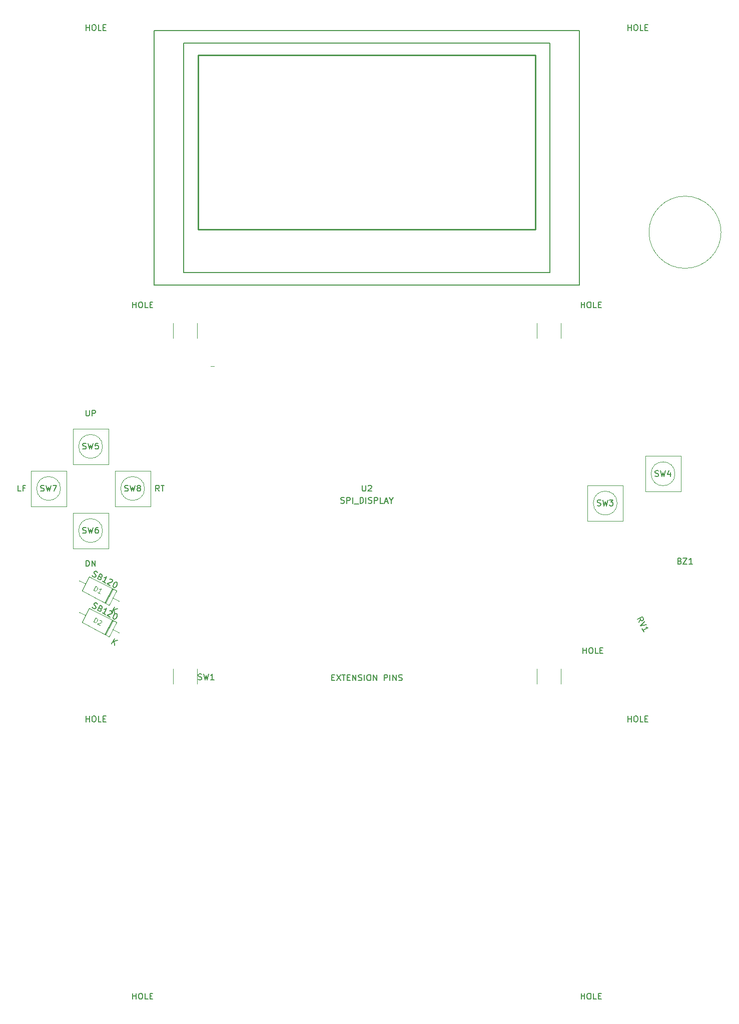
<source format=gbr>
G04 #@! TF.GenerationSoftware,KiCad,Pcbnew,(5.1.9-0-10_14)*
G04 #@! TF.CreationDate,2021-11-21T11:45:30-08:00*
G04 #@! TF.ProjectId,system_advance,73797374-656d-45f6-9164-76616e63652e,1.0-dev1*
G04 #@! TF.SameCoordinates,Original*
G04 #@! TF.FileFunction,Other,Fab,Top*
%FSLAX46Y46*%
G04 Gerber Fmt 4.6, Leading zero omitted, Abs format (unit mm)*
G04 Created by KiCad (PCBNEW (5.1.9-0-10_14)) date 2021-11-21 11:45:30*
%MOMM*%
%LPD*%
G01*
G04 APERTURE LIST*
%ADD10C,0.100000*%
%ADD11C,0.250000*%
%ADD12C,0.200000*%
%ADD13C,0.150000*%
%ADD14C,0.120000*%
G04 APERTURE END LIST*
D10*
X140764000Y-109220000D02*
X140764000Y-111760000D01*
X136700000Y-109220000D02*
X136700000Y-111760000D01*
X79200000Y-167640000D02*
X79200000Y-170180000D01*
X75136000Y-167640000D02*
X75136000Y-170180000D01*
X140764000Y-167640000D02*
X140764000Y-170180000D01*
X136700000Y-167640000D02*
X136700000Y-170180000D01*
X79200000Y-109220000D02*
X79200000Y-111760000D01*
X75136000Y-109220000D02*
X75136000Y-111760000D01*
D11*
X136450000Y-63880000D02*
X136450000Y-93380000D01*
X79450000Y-63880000D02*
X79450000Y-93380000D01*
D12*
X76950000Y-100680000D02*
X138950000Y-100680000D01*
X138950000Y-61880000D02*
X138950000Y-100680000D01*
X76950000Y-61880000D02*
X76950000Y-100680000D01*
X76950000Y-61880000D02*
X138950000Y-61880000D01*
D11*
X79450000Y-93380000D02*
X136450000Y-93380000D01*
X79450000Y-63880000D02*
X136450000Y-63880000D01*
D13*
X71950000Y-59780000D02*
X71950000Y-102780000D01*
X143950000Y-59780000D02*
X143950000Y-102780000D01*
X71950000Y-102780000D02*
X143950000Y-102780000D01*
X71950000Y-59780000D02*
X143950000Y-59780000D01*
D10*
X82088000Y-116459000D02*
X81488000Y-116459000D01*
X64343356Y-156848749D02*
X65590078Y-154453820D01*
X65590078Y-154453820D02*
X60977621Y-152052727D01*
X60977621Y-152052727D02*
X59730900Y-154447656D01*
X59730900Y-154447656D02*
X64343356Y-156848749D01*
X66040000Y-156210000D02*
X64966717Y-155651284D01*
X59280977Y-152691476D02*
X60354261Y-153250191D01*
X63651488Y-156488585D02*
X64898209Y-154093656D01*
X63562787Y-156442410D02*
X64809508Y-154047481D01*
X63740189Y-156534760D02*
X64986910Y-154139830D01*
X64343356Y-162182749D02*
X65590078Y-159787820D01*
X65590078Y-159787820D02*
X60977621Y-157386727D01*
X60977621Y-157386727D02*
X59730900Y-159781656D01*
X59730900Y-159781656D02*
X64343356Y-162182749D01*
X66040000Y-161544000D02*
X64966717Y-160985284D01*
X59280977Y-158025476D02*
X60354261Y-158584191D01*
X63651488Y-161822585D02*
X64898209Y-159427656D01*
X63562787Y-161776410D02*
X64809508Y-159381481D01*
X63740189Y-161868760D02*
X64986910Y-159473830D01*
D14*
X167898000Y-93853000D02*
G75*
G03*
X167898000Y-93853000I-6100000J0D01*
G01*
D10*
X145300000Y-139625000D02*
X145300000Y-136625000D01*
X145300000Y-136625000D02*
X151300000Y-136625000D01*
X151300000Y-136625000D02*
X151300000Y-142625000D01*
X151300000Y-142625000D02*
X145300000Y-142625000D01*
X145300000Y-142625000D02*
X145300000Y-139625000D01*
X150315564Y-139625000D02*
G75*
G03*
X150315564Y-139625000I-2015564J0D01*
G01*
X155079000Y-134672000D02*
X155079000Y-131672000D01*
X155079000Y-131672000D02*
X161079000Y-131672000D01*
X161079000Y-131672000D02*
X161079000Y-137672000D01*
X161079000Y-137672000D02*
X155079000Y-137672000D01*
X155079000Y-137672000D02*
X155079000Y-134672000D01*
X160094564Y-134672000D02*
G75*
G03*
X160094564Y-134672000I-2015564J0D01*
G01*
X58214000Y-130048000D02*
X58214000Y-127048000D01*
X58214000Y-127048000D02*
X64214000Y-127048000D01*
X64214000Y-127048000D02*
X64214000Y-133048000D01*
X64214000Y-133048000D02*
X58214000Y-133048000D01*
X58214000Y-133048000D02*
X58214000Y-130048000D01*
X63229564Y-130048000D02*
G75*
G03*
X63229564Y-130048000I-2015564J0D01*
G01*
X64214000Y-144272000D02*
X64214000Y-147272000D01*
X64214000Y-147272000D02*
X58214000Y-147272000D01*
X58214000Y-147272000D02*
X58214000Y-141272000D01*
X58214000Y-141272000D02*
X64214000Y-141272000D01*
X64214000Y-141272000D02*
X64214000Y-144272000D01*
X63229564Y-144272000D02*
G75*
G03*
X63229564Y-144272000I-2015564J0D01*
G01*
X51102000Y-137160000D02*
X51102000Y-134160000D01*
X51102000Y-134160000D02*
X57102000Y-134160000D01*
X57102000Y-134160000D02*
X57102000Y-140160000D01*
X57102000Y-140160000D02*
X51102000Y-140160000D01*
X51102000Y-140160000D02*
X51102000Y-137160000D01*
X56117564Y-137160000D02*
G75*
G03*
X56117564Y-137160000I-2015564J0D01*
G01*
X71326000Y-137160000D02*
X71326000Y-140160000D01*
X71326000Y-140160000D02*
X65326000Y-140160000D01*
X65326000Y-140160000D02*
X65326000Y-134160000D01*
X65326000Y-134160000D02*
X71326000Y-134160000D01*
X71326000Y-134160000D02*
X71326000Y-137160000D01*
X70341564Y-137160000D02*
G75*
G03*
X70341564Y-137160000I-2015564J0D01*
G01*
D13*
X102021428Y-169092571D02*
X102354761Y-169092571D01*
X102497619Y-169616380D02*
X102021428Y-169616380D01*
X102021428Y-168616380D01*
X102497619Y-168616380D01*
X102830952Y-168616380D02*
X103497619Y-169616380D01*
X103497619Y-168616380D02*
X102830952Y-169616380D01*
X103735714Y-168616380D02*
X104307142Y-168616380D01*
X104021428Y-169616380D02*
X104021428Y-168616380D01*
X104640476Y-169092571D02*
X104973809Y-169092571D01*
X105116666Y-169616380D02*
X104640476Y-169616380D01*
X104640476Y-168616380D01*
X105116666Y-168616380D01*
X105545238Y-169616380D02*
X105545238Y-168616380D01*
X106116666Y-169616380D01*
X106116666Y-168616380D01*
X106545238Y-169568761D02*
X106688095Y-169616380D01*
X106926190Y-169616380D01*
X107021428Y-169568761D01*
X107069047Y-169521142D01*
X107116666Y-169425904D01*
X107116666Y-169330666D01*
X107069047Y-169235428D01*
X107021428Y-169187809D01*
X106926190Y-169140190D01*
X106735714Y-169092571D01*
X106640476Y-169044952D01*
X106592857Y-168997333D01*
X106545238Y-168902095D01*
X106545238Y-168806857D01*
X106592857Y-168711619D01*
X106640476Y-168664000D01*
X106735714Y-168616380D01*
X106973809Y-168616380D01*
X107116666Y-168664000D01*
X107545238Y-169616380D02*
X107545238Y-168616380D01*
X108211904Y-168616380D02*
X108402380Y-168616380D01*
X108497619Y-168664000D01*
X108592857Y-168759238D01*
X108640476Y-168949714D01*
X108640476Y-169283047D01*
X108592857Y-169473523D01*
X108497619Y-169568761D01*
X108402380Y-169616380D01*
X108211904Y-169616380D01*
X108116666Y-169568761D01*
X108021428Y-169473523D01*
X107973809Y-169283047D01*
X107973809Y-168949714D01*
X108021428Y-168759238D01*
X108116666Y-168664000D01*
X108211904Y-168616380D01*
X109069047Y-169616380D02*
X109069047Y-168616380D01*
X109640476Y-169616380D01*
X109640476Y-168616380D01*
X110878571Y-169616380D02*
X110878571Y-168616380D01*
X111259523Y-168616380D01*
X111354761Y-168664000D01*
X111402380Y-168711619D01*
X111450000Y-168806857D01*
X111450000Y-168949714D01*
X111402380Y-169044952D01*
X111354761Y-169092571D01*
X111259523Y-169140190D01*
X110878571Y-169140190D01*
X111878571Y-169616380D02*
X111878571Y-168616380D01*
X112354761Y-169616380D02*
X112354761Y-168616380D01*
X112926190Y-169616380D01*
X112926190Y-168616380D01*
X113354761Y-169568761D02*
X113497619Y-169616380D01*
X113735714Y-169616380D01*
X113830952Y-169568761D01*
X113878571Y-169521142D01*
X113926190Y-169425904D01*
X113926190Y-169330666D01*
X113878571Y-169235428D01*
X113830952Y-169187809D01*
X113735714Y-169140190D01*
X113545238Y-169092571D01*
X113450000Y-169044952D01*
X113402380Y-168997333D01*
X113354761Y-168902095D01*
X113354761Y-168806857D01*
X113402380Y-168711619D01*
X113450000Y-168664000D01*
X113545238Y-168616380D01*
X113783333Y-168616380D01*
X113926190Y-168664000D01*
X60436333Y-59761380D02*
X60436333Y-58761380D01*
X60436333Y-59237571D02*
X61007761Y-59237571D01*
X61007761Y-59761380D02*
X61007761Y-58761380D01*
X61674428Y-58761380D02*
X61864904Y-58761380D01*
X61960142Y-58809000D01*
X62055380Y-58904238D01*
X62103000Y-59094714D01*
X62103000Y-59428047D01*
X62055380Y-59618523D01*
X61960142Y-59713761D01*
X61864904Y-59761380D01*
X61674428Y-59761380D01*
X61579190Y-59713761D01*
X61483952Y-59618523D01*
X61436333Y-59428047D01*
X61436333Y-59094714D01*
X61483952Y-58904238D01*
X61579190Y-58809000D01*
X61674428Y-58761380D01*
X63007761Y-59761380D02*
X62531571Y-59761380D01*
X62531571Y-58761380D01*
X63341095Y-59237571D02*
X63674428Y-59237571D01*
X63817285Y-59761380D02*
X63341095Y-59761380D01*
X63341095Y-58761380D01*
X63817285Y-58761380D01*
X152130333Y-59761380D02*
X152130333Y-58761380D01*
X152130333Y-59237571D02*
X152701761Y-59237571D01*
X152701761Y-59761380D02*
X152701761Y-58761380D01*
X153368428Y-58761380D02*
X153558904Y-58761380D01*
X153654142Y-58809000D01*
X153749380Y-58904238D01*
X153797000Y-59094714D01*
X153797000Y-59428047D01*
X153749380Y-59618523D01*
X153654142Y-59713761D01*
X153558904Y-59761380D01*
X153368428Y-59761380D01*
X153273190Y-59713761D01*
X153177952Y-59618523D01*
X153130333Y-59428047D01*
X153130333Y-59094714D01*
X153177952Y-58904238D01*
X153273190Y-58809000D01*
X153368428Y-58761380D01*
X154701761Y-59761380D02*
X154225571Y-59761380D01*
X154225571Y-58761380D01*
X155035095Y-59237571D02*
X155368428Y-59237571D01*
X155511285Y-59761380D02*
X155035095Y-59761380D01*
X155035095Y-58761380D01*
X155511285Y-58761380D01*
X68335733Y-106624380D02*
X68335733Y-105624380D01*
X68335733Y-106100571D02*
X68907161Y-106100571D01*
X68907161Y-106624380D02*
X68907161Y-105624380D01*
X69573828Y-105624380D02*
X69764304Y-105624380D01*
X69859542Y-105672000D01*
X69954780Y-105767238D01*
X70002400Y-105957714D01*
X70002400Y-106291047D01*
X69954780Y-106481523D01*
X69859542Y-106576761D01*
X69764304Y-106624380D01*
X69573828Y-106624380D01*
X69478590Y-106576761D01*
X69383352Y-106481523D01*
X69335733Y-106291047D01*
X69335733Y-105957714D01*
X69383352Y-105767238D01*
X69478590Y-105672000D01*
X69573828Y-105624380D01*
X70907161Y-106624380D02*
X70430971Y-106624380D01*
X70430971Y-105624380D01*
X71240495Y-106100571D02*
X71573828Y-106100571D01*
X71716685Y-106624380D02*
X71240495Y-106624380D01*
X71240495Y-105624380D01*
X71716685Y-105624380D01*
X144230933Y-106624380D02*
X144230933Y-105624380D01*
X144230933Y-106100571D02*
X144802361Y-106100571D01*
X144802361Y-106624380D02*
X144802361Y-105624380D01*
X145469028Y-105624380D02*
X145659504Y-105624380D01*
X145754742Y-105672000D01*
X145849980Y-105767238D01*
X145897600Y-105957714D01*
X145897600Y-106291047D01*
X145849980Y-106481523D01*
X145754742Y-106576761D01*
X145659504Y-106624380D01*
X145469028Y-106624380D01*
X145373790Y-106576761D01*
X145278552Y-106481523D01*
X145230933Y-106291047D01*
X145230933Y-105957714D01*
X145278552Y-105767238D01*
X145373790Y-105672000D01*
X145469028Y-105624380D01*
X146802361Y-106624380D02*
X146326171Y-106624380D01*
X146326171Y-105624380D01*
X147135695Y-106100571D02*
X147469028Y-106100571D01*
X147611885Y-106624380D02*
X147135695Y-106624380D01*
X147135695Y-105624380D01*
X147611885Y-105624380D01*
X144230933Y-223464380D02*
X144230933Y-222464380D01*
X144230933Y-222940571D02*
X144802361Y-222940571D01*
X144802361Y-223464380D02*
X144802361Y-222464380D01*
X145469028Y-222464380D02*
X145659504Y-222464380D01*
X145754742Y-222512000D01*
X145849980Y-222607238D01*
X145897600Y-222797714D01*
X145897600Y-223131047D01*
X145849980Y-223321523D01*
X145754742Y-223416761D01*
X145659504Y-223464380D01*
X145469028Y-223464380D01*
X145373790Y-223416761D01*
X145278552Y-223321523D01*
X145230933Y-223131047D01*
X145230933Y-222797714D01*
X145278552Y-222607238D01*
X145373790Y-222512000D01*
X145469028Y-222464380D01*
X146802361Y-223464380D02*
X146326171Y-223464380D01*
X146326171Y-222464380D01*
X147135695Y-222940571D02*
X147469028Y-222940571D01*
X147611885Y-223464380D02*
X147135695Y-223464380D01*
X147135695Y-222464380D01*
X147611885Y-222464380D01*
X68335733Y-223464380D02*
X68335733Y-222464380D01*
X68335733Y-222940571D02*
X68907161Y-222940571D01*
X68907161Y-223464380D02*
X68907161Y-222464380D01*
X69573828Y-222464380D02*
X69764304Y-222464380D01*
X69859542Y-222512000D01*
X69954780Y-222607238D01*
X70002400Y-222797714D01*
X70002400Y-223131047D01*
X69954780Y-223321523D01*
X69859542Y-223416761D01*
X69764304Y-223464380D01*
X69573828Y-223464380D01*
X69478590Y-223416761D01*
X69383352Y-223321523D01*
X69335733Y-223131047D01*
X69335733Y-222797714D01*
X69383352Y-222607238D01*
X69478590Y-222512000D01*
X69573828Y-222464380D01*
X70907161Y-223464380D02*
X70430971Y-223464380D01*
X70430971Y-222464380D01*
X71240495Y-222940571D02*
X71573828Y-222940571D01*
X71716685Y-223464380D02*
X71240495Y-223464380D01*
X71240495Y-222464380D01*
X71716685Y-222464380D01*
X152130333Y-176601380D02*
X152130333Y-175601380D01*
X152130333Y-176077571D02*
X152701761Y-176077571D01*
X152701761Y-176601380D02*
X152701761Y-175601380D01*
X153368428Y-175601380D02*
X153558904Y-175601380D01*
X153654142Y-175649000D01*
X153749380Y-175744238D01*
X153797000Y-175934714D01*
X153797000Y-176268047D01*
X153749380Y-176458523D01*
X153654142Y-176553761D01*
X153558904Y-176601380D01*
X153368428Y-176601380D01*
X153273190Y-176553761D01*
X153177952Y-176458523D01*
X153130333Y-176268047D01*
X153130333Y-175934714D01*
X153177952Y-175744238D01*
X153273190Y-175649000D01*
X153368428Y-175601380D01*
X154701761Y-176601380D02*
X154225571Y-176601380D01*
X154225571Y-175601380D01*
X155035095Y-176077571D02*
X155368428Y-176077571D01*
X155511285Y-176601380D02*
X155035095Y-176601380D01*
X155035095Y-175601380D01*
X155511285Y-175601380D01*
X79438666Y-169441761D02*
X79581523Y-169489380D01*
X79819619Y-169489380D01*
X79914857Y-169441761D01*
X79962476Y-169394142D01*
X80010095Y-169298904D01*
X80010095Y-169203666D01*
X79962476Y-169108428D01*
X79914857Y-169060809D01*
X79819619Y-169013190D01*
X79629142Y-168965571D01*
X79533904Y-168917952D01*
X79486285Y-168870333D01*
X79438666Y-168775095D01*
X79438666Y-168679857D01*
X79486285Y-168584619D01*
X79533904Y-168537000D01*
X79629142Y-168489380D01*
X79867238Y-168489380D01*
X80010095Y-168537000D01*
X80343428Y-168489380D02*
X80581523Y-169489380D01*
X80772000Y-168775095D01*
X80962476Y-169489380D01*
X81200571Y-168489380D01*
X82105333Y-169489380D02*
X81533904Y-169489380D01*
X81819619Y-169489380D02*
X81819619Y-168489380D01*
X81724380Y-168632238D01*
X81629142Y-168727476D01*
X81533904Y-168775095D01*
X61488402Y-151906859D02*
X61593130Y-152015062D01*
X61804323Y-152125002D01*
X61910788Y-152126740D01*
X61975015Y-152106489D01*
X62061229Y-152044000D01*
X62105205Y-151959523D01*
X62106943Y-151853057D01*
X62086692Y-151788831D01*
X62024203Y-151702616D01*
X61877237Y-151572425D01*
X61814747Y-151486211D01*
X61794497Y-151421984D01*
X61796234Y-151315519D01*
X61840210Y-151231042D01*
X61926425Y-151168552D01*
X61990652Y-151148302D01*
X62097117Y-151150039D01*
X62308310Y-151259979D01*
X62413038Y-151368182D01*
X62890963Y-152100138D02*
X62995691Y-152208341D01*
X63015942Y-152272567D01*
X63014204Y-152379033D01*
X62948240Y-152505748D01*
X62862025Y-152568238D01*
X62797799Y-152588488D01*
X62691334Y-152586751D01*
X62353425Y-152410847D01*
X62815173Y-151523836D01*
X63110844Y-151677752D01*
X63173333Y-151763967D01*
X63193583Y-151828193D01*
X63191846Y-151934658D01*
X63147870Y-152019136D01*
X63061655Y-152081625D01*
X62997428Y-152101875D01*
X62890963Y-152100138D01*
X62595293Y-151946222D01*
X63705060Y-153114463D02*
X63198197Y-152850607D01*
X63451629Y-152982535D02*
X63913377Y-152095524D01*
X63762936Y-152178264D01*
X63634483Y-152218765D01*
X63528017Y-152217028D01*
X64460742Y-152487834D02*
X64524968Y-152467584D01*
X64631434Y-152469321D01*
X64842627Y-152579261D01*
X64905116Y-152665476D01*
X64925366Y-152729702D01*
X64923629Y-152836168D01*
X64879653Y-152920645D01*
X64771450Y-153025373D01*
X64000730Y-153268380D01*
X64549832Y-153554224D01*
X65560683Y-152953058D02*
X65645160Y-152997034D01*
X65707649Y-153083248D01*
X65727900Y-153147475D01*
X65726163Y-153253940D01*
X65680449Y-153444883D01*
X65570509Y-153656076D01*
X65440318Y-153803042D01*
X65354103Y-153865531D01*
X65289877Y-153885782D01*
X65183412Y-153884045D01*
X65098934Y-153840068D01*
X65036445Y-153753854D01*
X65016195Y-153689627D01*
X65017932Y-153583162D01*
X65063646Y-153392219D01*
X65173586Y-153181026D01*
X65303776Y-153034060D01*
X65389991Y-152971571D01*
X65454218Y-152951320D01*
X65560683Y-152953058D01*
X64767654Y-158086952D02*
X65229402Y-157199941D01*
X65274517Y-158350808D02*
X65158226Y-157646053D01*
X65736266Y-157463798D02*
X64965546Y-157706805D01*
D14*
X61703517Y-154360574D02*
X62072916Y-153650966D01*
X62241870Y-153738918D01*
X62325652Y-153825480D01*
X62358053Y-153928243D01*
X62356663Y-154013415D01*
X62320092Y-154166169D01*
X62267321Y-154267541D01*
X62163169Y-154385115D01*
X62094197Y-154435106D01*
X61991434Y-154467507D01*
X61872471Y-154448526D01*
X61703517Y-154360574D01*
X62784825Y-154923468D02*
X62379334Y-154712383D01*
X62582080Y-154817925D02*
X62951479Y-154108317D01*
X62831126Y-154174509D01*
X62728363Y-154206909D01*
X62643191Y-154205520D01*
D13*
X61488402Y-157240859D02*
X61593130Y-157349062D01*
X61804323Y-157459002D01*
X61910788Y-157460740D01*
X61975015Y-157440489D01*
X62061229Y-157378000D01*
X62105205Y-157293523D01*
X62106943Y-157187057D01*
X62086692Y-157122831D01*
X62024203Y-157036616D01*
X61877237Y-156906425D01*
X61814747Y-156820211D01*
X61794497Y-156755984D01*
X61796234Y-156649519D01*
X61840210Y-156565042D01*
X61926425Y-156502552D01*
X61990652Y-156482302D01*
X62097117Y-156484039D01*
X62308310Y-156593979D01*
X62413038Y-156702182D01*
X62890963Y-157434138D02*
X62995691Y-157542341D01*
X63015942Y-157606567D01*
X63014204Y-157713033D01*
X62948240Y-157839748D01*
X62862025Y-157902238D01*
X62797799Y-157922488D01*
X62691334Y-157920751D01*
X62353425Y-157744847D01*
X62815173Y-156857836D01*
X63110844Y-157011752D01*
X63173333Y-157097967D01*
X63193583Y-157162193D01*
X63191846Y-157268658D01*
X63147870Y-157353136D01*
X63061655Y-157415625D01*
X62997428Y-157435875D01*
X62890963Y-157434138D01*
X62595293Y-157280222D01*
X63705060Y-158448463D02*
X63198197Y-158184607D01*
X63451629Y-158316535D02*
X63913377Y-157429524D01*
X63762936Y-157512264D01*
X63634483Y-157552765D01*
X63528017Y-157551028D01*
X64460742Y-157821834D02*
X64524968Y-157801584D01*
X64631434Y-157803321D01*
X64842627Y-157913261D01*
X64905116Y-157999476D01*
X64925366Y-158063702D01*
X64923629Y-158170168D01*
X64879653Y-158254645D01*
X64771450Y-158359373D01*
X64000730Y-158602380D01*
X64549832Y-158888224D01*
X65560683Y-158287058D02*
X65645160Y-158331034D01*
X65707649Y-158417248D01*
X65727900Y-158481475D01*
X65726163Y-158587940D01*
X65680449Y-158778883D01*
X65570509Y-158990076D01*
X65440318Y-159137042D01*
X65354103Y-159199531D01*
X65289877Y-159219782D01*
X65183412Y-159218045D01*
X65098934Y-159174068D01*
X65036445Y-159087854D01*
X65016195Y-159023627D01*
X65017932Y-158917162D01*
X65063646Y-158726219D01*
X65173586Y-158515026D01*
X65303776Y-158368060D01*
X65389991Y-158305571D01*
X65454218Y-158285320D01*
X65560683Y-158287058D01*
X64767654Y-163420952D02*
X65229402Y-162533941D01*
X65274517Y-163684808D02*
X65158226Y-162980053D01*
X65736266Y-162797798D02*
X64965546Y-163040805D01*
D14*
X61703517Y-159694574D02*
X62072916Y-158984966D01*
X62241870Y-159072918D01*
X62325652Y-159159480D01*
X62358053Y-159262243D01*
X62356663Y-159347415D01*
X62320092Y-159500169D01*
X62267321Y-159601541D01*
X62163169Y-159719115D01*
X62094197Y-159769106D01*
X61991434Y-159801507D01*
X61872471Y-159782526D01*
X61703517Y-159694574D01*
X62713553Y-159404356D02*
X62764934Y-159388155D01*
X62850106Y-159389545D01*
X63019060Y-159477498D01*
X63069052Y-159546469D01*
X63085252Y-159597851D01*
X63083862Y-159683023D01*
X63048681Y-159750605D01*
X62962119Y-159834387D01*
X62345544Y-160028792D01*
X62784825Y-160257468D01*
D13*
X107188095Y-136612380D02*
X107188095Y-137421904D01*
X107235714Y-137517142D01*
X107283333Y-137564761D01*
X107378571Y-137612380D01*
X107569047Y-137612380D01*
X107664285Y-137564761D01*
X107711904Y-137517142D01*
X107759523Y-137421904D01*
X107759523Y-136612380D01*
X108188095Y-136707619D02*
X108235714Y-136660000D01*
X108330952Y-136612380D01*
X108569047Y-136612380D01*
X108664285Y-136660000D01*
X108711904Y-136707619D01*
X108759523Y-136802857D01*
X108759523Y-136898095D01*
X108711904Y-137040952D01*
X108140476Y-137612380D01*
X108759523Y-137612380D01*
X103569047Y-139604761D02*
X103711904Y-139652380D01*
X103950000Y-139652380D01*
X104045238Y-139604761D01*
X104092857Y-139557142D01*
X104140476Y-139461904D01*
X104140476Y-139366666D01*
X104092857Y-139271428D01*
X104045238Y-139223809D01*
X103950000Y-139176190D01*
X103759523Y-139128571D01*
X103664285Y-139080952D01*
X103616666Y-139033333D01*
X103569047Y-138938095D01*
X103569047Y-138842857D01*
X103616666Y-138747619D01*
X103664285Y-138700000D01*
X103759523Y-138652380D01*
X103997619Y-138652380D01*
X104140476Y-138700000D01*
X104569047Y-139652380D02*
X104569047Y-138652380D01*
X104950000Y-138652380D01*
X105045238Y-138700000D01*
X105092857Y-138747619D01*
X105140476Y-138842857D01*
X105140476Y-138985714D01*
X105092857Y-139080952D01*
X105045238Y-139128571D01*
X104950000Y-139176190D01*
X104569047Y-139176190D01*
X105569047Y-139652380D02*
X105569047Y-138652380D01*
X105807142Y-139747619D02*
X106569047Y-139747619D01*
X106807142Y-139652380D02*
X106807142Y-138652380D01*
X107045238Y-138652380D01*
X107188095Y-138700000D01*
X107283333Y-138795238D01*
X107330952Y-138890476D01*
X107378571Y-139080952D01*
X107378571Y-139223809D01*
X107330952Y-139414285D01*
X107283333Y-139509523D01*
X107188095Y-139604761D01*
X107045238Y-139652380D01*
X106807142Y-139652380D01*
X107807142Y-139652380D02*
X107807142Y-138652380D01*
X108235714Y-139604761D02*
X108378571Y-139652380D01*
X108616666Y-139652380D01*
X108711904Y-139604761D01*
X108759523Y-139557142D01*
X108807142Y-139461904D01*
X108807142Y-139366666D01*
X108759523Y-139271428D01*
X108711904Y-139223809D01*
X108616666Y-139176190D01*
X108426190Y-139128571D01*
X108330952Y-139080952D01*
X108283333Y-139033333D01*
X108235714Y-138938095D01*
X108235714Y-138842857D01*
X108283333Y-138747619D01*
X108330952Y-138700000D01*
X108426190Y-138652380D01*
X108664285Y-138652380D01*
X108807142Y-138700000D01*
X109235714Y-139652380D02*
X109235714Y-138652380D01*
X109616666Y-138652380D01*
X109711904Y-138700000D01*
X109759523Y-138747619D01*
X109807142Y-138842857D01*
X109807142Y-138985714D01*
X109759523Y-139080952D01*
X109711904Y-139128571D01*
X109616666Y-139176190D01*
X109235714Y-139176190D01*
X110711904Y-139652380D02*
X110235714Y-139652380D01*
X110235714Y-138652380D01*
X110997619Y-139366666D02*
X111473809Y-139366666D01*
X110902380Y-139652380D02*
X111235714Y-138652380D01*
X111569047Y-139652380D01*
X112092857Y-139176190D02*
X112092857Y-139652380D01*
X111759523Y-138652380D02*
X112092857Y-139176190D01*
X112426190Y-138652380D01*
X146966666Y-140029761D02*
X147109523Y-140077380D01*
X147347619Y-140077380D01*
X147442857Y-140029761D01*
X147490476Y-139982142D01*
X147538095Y-139886904D01*
X147538095Y-139791666D01*
X147490476Y-139696428D01*
X147442857Y-139648809D01*
X147347619Y-139601190D01*
X147157142Y-139553571D01*
X147061904Y-139505952D01*
X147014285Y-139458333D01*
X146966666Y-139363095D01*
X146966666Y-139267857D01*
X147014285Y-139172619D01*
X147061904Y-139125000D01*
X147157142Y-139077380D01*
X147395238Y-139077380D01*
X147538095Y-139125000D01*
X147871428Y-139077380D02*
X148109523Y-140077380D01*
X148300000Y-139363095D01*
X148490476Y-140077380D01*
X148728571Y-139077380D01*
X149014285Y-139077380D02*
X149633333Y-139077380D01*
X149300000Y-139458333D01*
X149442857Y-139458333D01*
X149538095Y-139505952D01*
X149585714Y-139553571D01*
X149633333Y-139648809D01*
X149633333Y-139886904D01*
X149585714Y-139982142D01*
X149538095Y-140029761D01*
X149442857Y-140077380D01*
X149157142Y-140077380D01*
X149061904Y-140029761D01*
X149014285Y-139982142D01*
X156745666Y-135076761D02*
X156888523Y-135124380D01*
X157126619Y-135124380D01*
X157221857Y-135076761D01*
X157269476Y-135029142D01*
X157317095Y-134933904D01*
X157317095Y-134838666D01*
X157269476Y-134743428D01*
X157221857Y-134695809D01*
X157126619Y-134648190D01*
X156936142Y-134600571D01*
X156840904Y-134552952D01*
X156793285Y-134505333D01*
X156745666Y-134410095D01*
X156745666Y-134314857D01*
X156793285Y-134219619D01*
X156840904Y-134172000D01*
X156936142Y-134124380D01*
X157174238Y-134124380D01*
X157317095Y-134172000D01*
X157650428Y-134124380D02*
X157888523Y-135124380D01*
X158079000Y-134410095D01*
X158269476Y-135124380D01*
X158507571Y-134124380D01*
X159317095Y-134457714D02*
X159317095Y-135124380D01*
X159079000Y-134076761D02*
X158840904Y-134791047D01*
X159459952Y-134791047D01*
X60428285Y-123912380D02*
X60428285Y-124721904D01*
X60475904Y-124817142D01*
X60523523Y-124864761D01*
X60618761Y-124912380D01*
X60809238Y-124912380D01*
X60904476Y-124864761D01*
X60952095Y-124817142D01*
X60999714Y-124721904D01*
X60999714Y-123912380D01*
X61475904Y-124912380D02*
X61475904Y-123912380D01*
X61856857Y-123912380D01*
X61952095Y-123960000D01*
X61999714Y-124007619D01*
X62047333Y-124102857D01*
X62047333Y-124245714D01*
X61999714Y-124340952D01*
X61952095Y-124388571D01*
X61856857Y-124436190D01*
X61475904Y-124436190D01*
X59880666Y-130452761D02*
X60023523Y-130500380D01*
X60261619Y-130500380D01*
X60356857Y-130452761D01*
X60404476Y-130405142D01*
X60452095Y-130309904D01*
X60452095Y-130214666D01*
X60404476Y-130119428D01*
X60356857Y-130071809D01*
X60261619Y-130024190D01*
X60071142Y-129976571D01*
X59975904Y-129928952D01*
X59928285Y-129881333D01*
X59880666Y-129786095D01*
X59880666Y-129690857D01*
X59928285Y-129595619D01*
X59975904Y-129548000D01*
X60071142Y-129500380D01*
X60309238Y-129500380D01*
X60452095Y-129548000D01*
X60785428Y-129500380D02*
X61023523Y-130500380D01*
X61214000Y-129786095D01*
X61404476Y-130500380D01*
X61642571Y-129500380D01*
X62499714Y-129500380D02*
X62023523Y-129500380D01*
X61975904Y-129976571D01*
X62023523Y-129928952D01*
X62118761Y-129881333D01*
X62356857Y-129881333D01*
X62452095Y-129928952D01*
X62499714Y-129976571D01*
X62547333Y-130071809D01*
X62547333Y-130309904D01*
X62499714Y-130405142D01*
X62452095Y-130452761D01*
X62356857Y-130500380D01*
X62118761Y-130500380D01*
X62023523Y-130452761D01*
X61975904Y-130405142D01*
X60428285Y-150312380D02*
X60428285Y-149312380D01*
X60666380Y-149312380D01*
X60809238Y-149360000D01*
X60904476Y-149455238D01*
X60952095Y-149550476D01*
X60999714Y-149740952D01*
X60999714Y-149883809D01*
X60952095Y-150074285D01*
X60904476Y-150169523D01*
X60809238Y-150264761D01*
X60666380Y-150312380D01*
X60428285Y-150312380D01*
X61428285Y-150312380D02*
X61428285Y-149312380D01*
X61999714Y-150312380D01*
X61999714Y-149312380D01*
X59880666Y-144676761D02*
X60023523Y-144724380D01*
X60261619Y-144724380D01*
X60356857Y-144676761D01*
X60404476Y-144629142D01*
X60452095Y-144533904D01*
X60452095Y-144438666D01*
X60404476Y-144343428D01*
X60356857Y-144295809D01*
X60261619Y-144248190D01*
X60071142Y-144200571D01*
X59975904Y-144152952D01*
X59928285Y-144105333D01*
X59880666Y-144010095D01*
X59880666Y-143914857D01*
X59928285Y-143819619D01*
X59975904Y-143772000D01*
X60071142Y-143724380D01*
X60309238Y-143724380D01*
X60452095Y-143772000D01*
X60785428Y-143724380D02*
X61023523Y-144724380D01*
X61214000Y-144010095D01*
X61404476Y-144724380D01*
X61642571Y-143724380D01*
X62452095Y-143724380D02*
X62261619Y-143724380D01*
X62166380Y-143772000D01*
X62118761Y-143819619D01*
X62023523Y-143962476D01*
X61975904Y-144152952D01*
X61975904Y-144533904D01*
X62023523Y-144629142D01*
X62071142Y-144676761D01*
X62166380Y-144724380D01*
X62356857Y-144724380D01*
X62452095Y-144676761D01*
X62499714Y-144629142D01*
X62547333Y-144533904D01*
X62547333Y-144295809D01*
X62499714Y-144200571D01*
X62452095Y-144152952D01*
X62356857Y-144105333D01*
X62166380Y-144105333D01*
X62071142Y-144152952D01*
X62023523Y-144200571D01*
X61975904Y-144295809D01*
X49410952Y-137612380D02*
X48934761Y-137612380D01*
X48934761Y-136612380D01*
X50077619Y-137088571D02*
X49744285Y-137088571D01*
X49744285Y-137612380D02*
X49744285Y-136612380D01*
X50220476Y-136612380D01*
X52768666Y-137564761D02*
X52911523Y-137612380D01*
X53149619Y-137612380D01*
X53244857Y-137564761D01*
X53292476Y-137517142D01*
X53340095Y-137421904D01*
X53340095Y-137326666D01*
X53292476Y-137231428D01*
X53244857Y-137183809D01*
X53149619Y-137136190D01*
X52959142Y-137088571D01*
X52863904Y-137040952D01*
X52816285Y-136993333D01*
X52768666Y-136898095D01*
X52768666Y-136802857D01*
X52816285Y-136707619D01*
X52863904Y-136660000D01*
X52959142Y-136612380D01*
X53197238Y-136612380D01*
X53340095Y-136660000D01*
X53673428Y-136612380D02*
X53911523Y-137612380D01*
X54102000Y-136898095D01*
X54292476Y-137612380D01*
X54530571Y-136612380D01*
X54816285Y-136612380D02*
X55482952Y-136612380D01*
X55054380Y-137612380D01*
X72826571Y-137612380D02*
X72493238Y-137136190D01*
X72255142Y-137612380D02*
X72255142Y-136612380D01*
X72636095Y-136612380D01*
X72731333Y-136660000D01*
X72778952Y-136707619D01*
X72826571Y-136802857D01*
X72826571Y-136945714D01*
X72778952Y-137040952D01*
X72731333Y-137088571D01*
X72636095Y-137136190D01*
X72255142Y-137136190D01*
X73112285Y-136612380D02*
X73683714Y-136612380D01*
X73398000Y-137612380D02*
X73398000Y-136612380D01*
X66992666Y-137564761D02*
X67135523Y-137612380D01*
X67373619Y-137612380D01*
X67468857Y-137564761D01*
X67516476Y-137517142D01*
X67564095Y-137421904D01*
X67564095Y-137326666D01*
X67516476Y-137231428D01*
X67468857Y-137183809D01*
X67373619Y-137136190D01*
X67183142Y-137088571D01*
X67087904Y-137040952D01*
X67040285Y-136993333D01*
X66992666Y-136898095D01*
X66992666Y-136802857D01*
X67040285Y-136707619D01*
X67087904Y-136660000D01*
X67183142Y-136612380D01*
X67421238Y-136612380D01*
X67564095Y-136660000D01*
X67897428Y-136612380D02*
X68135523Y-137612380D01*
X68326000Y-136898095D01*
X68516476Y-137612380D01*
X68754571Y-136612380D01*
X69278380Y-137040952D02*
X69183142Y-136993333D01*
X69135523Y-136945714D01*
X69087904Y-136850476D01*
X69087904Y-136802857D01*
X69135523Y-136707619D01*
X69183142Y-136660000D01*
X69278380Y-136612380D01*
X69468857Y-136612380D01*
X69564095Y-136660000D01*
X69611714Y-136707619D01*
X69659333Y-136802857D01*
X69659333Y-136850476D01*
X69611714Y-136945714D01*
X69564095Y-136993333D01*
X69468857Y-137040952D01*
X69278380Y-137040952D01*
X69183142Y-137088571D01*
X69135523Y-137136190D01*
X69087904Y-137231428D01*
X69087904Y-137421904D01*
X69135523Y-137517142D01*
X69183142Y-137564761D01*
X69278380Y-137612380D01*
X69468857Y-137612380D01*
X69564095Y-137564761D01*
X69611714Y-137517142D01*
X69659333Y-137421904D01*
X69659333Y-137231428D01*
X69611714Y-137136190D01*
X69564095Y-137088571D01*
X69468857Y-137040952D01*
X153975096Y-159795807D02*
X154243566Y-159280257D01*
X153711240Y-159288944D02*
X154598251Y-158827195D01*
X154774155Y-159165104D01*
X154775892Y-159271569D01*
X154755642Y-159335796D01*
X154693153Y-159422011D01*
X154566437Y-159487975D01*
X154459972Y-159489712D01*
X154395745Y-159469462D01*
X154309530Y-159406972D01*
X154133626Y-159069064D01*
X154994035Y-159587490D02*
X154260941Y-160344909D01*
X155301868Y-160178831D01*
X154810641Y-161400874D02*
X154546785Y-160894011D01*
X154678713Y-161147443D02*
X155565724Y-160685694D01*
X155395032Y-160667181D01*
X155266579Y-160626680D01*
X155180364Y-160564191D01*
X60436333Y-176601380D02*
X60436333Y-175601380D01*
X60436333Y-176077571D02*
X61007761Y-176077571D01*
X61007761Y-176601380D02*
X61007761Y-175601380D01*
X61674428Y-175601380D02*
X61864904Y-175601380D01*
X61960142Y-175649000D01*
X62055380Y-175744238D01*
X62103000Y-175934714D01*
X62103000Y-176268047D01*
X62055380Y-176458523D01*
X61960142Y-176553761D01*
X61864904Y-176601380D01*
X61674428Y-176601380D01*
X61579190Y-176553761D01*
X61483952Y-176458523D01*
X61436333Y-176268047D01*
X61436333Y-175934714D01*
X61483952Y-175744238D01*
X61579190Y-175649000D01*
X61674428Y-175601380D01*
X63007761Y-176601380D02*
X62531571Y-176601380D01*
X62531571Y-175601380D01*
X63341095Y-176077571D02*
X63674428Y-176077571D01*
X63817285Y-176601380D02*
X63341095Y-176601380D01*
X63341095Y-175601380D01*
X63817285Y-175601380D01*
X144530933Y-165044380D02*
X144530933Y-164044380D01*
X144530933Y-164520571D02*
X145102361Y-164520571D01*
X145102361Y-165044380D02*
X145102361Y-164044380D01*
X145769028Y-164044380D02*
X145959504Y-164044380D01*
X146054742Y-164092000D01*
X146149980Y-164187238D01*
X146197600Y-164377714D01*
X146197600Y-164711047D01*
X146149980Y-164901523D01*
X146054742Y-164996761D01*
X145959504Y-165044380D01*
X145769028Y-165044380D01*
X145673790Y-164996761D01*
X145578552Y-164901523D01*
X145530933Y-164711047D01*
X145530933Y-164377714D01*
X145578552Y-164187238D01*
X145673790Y-164092000D01*
X145769028Y-164044380D01*
X147102361Y-165044380D02*
X146626171Y-165044380D01*
X146626171Y-164044380D01*
X147435695Y-164520571D02*
X147769028Y-164520571D01*
X147911885Y-165044380D02*
X147435695Y-165044380D01*
X147435695Y-164044380D01*
X147911885Y-164044380D01*
X160917047Y-149407571D02*
X161059904Y-149455190D01*
X161107523Y-149502809D01*
X161155142Y-149598047D01*
X161155142Y-149740904D01*
X161107523Y-149836142D01*
X161059904Y-149883761D01*
X160964666Y-149931380D01*
X160583714Y-149931380D01*
X160583714Y-148931380D01*
X160917047Y-148931380D01*
X161012285Y-148979000D01*
X161059904Y-149026619D01*
X161107523Y-149121857D01*
X161107523Y-149217095D01*
X161059904Y-149312333D01*
X161012285Y-149359952D01*
X160917047Y-149407571D01*
X160583714Y-149407571D01*
X161488476Y-148931380D02*
X162155142Y-148931380D01*
X161488476Y-149931380D01*
X162155142Y-149931380D01*
X163059904Y-149931380D02*
X162488476Y-149931380D01*
X162774190Y-149931380D02*
X162774190Y-148931380D01*
X162678952Y-149074238D01*
X162583714Y-149169476D01*
X162488476Y-149217095D01*
M02*

</source>
